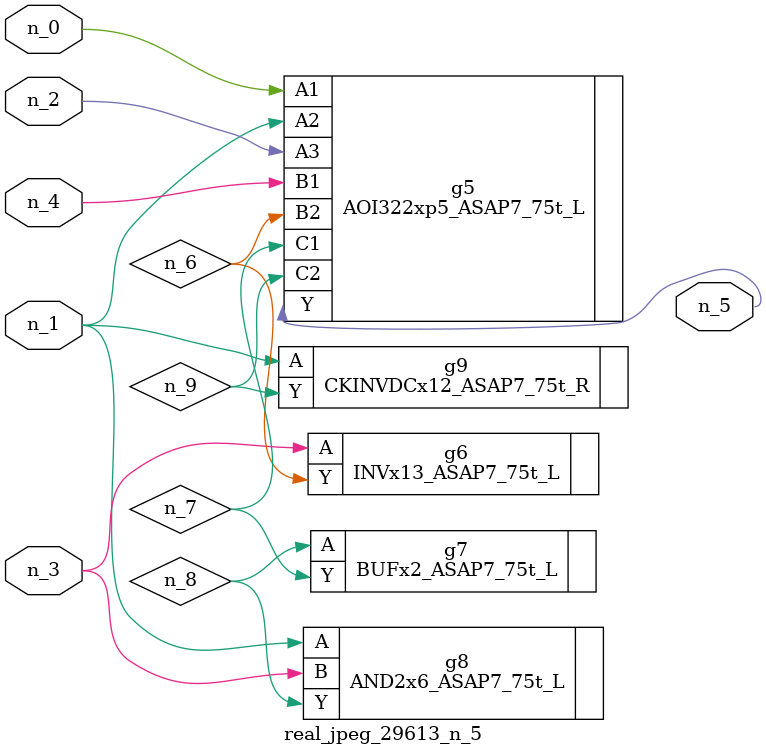
<source format=v>
module real_jpeg_29613_n_5 (n_4, n_0, n_1, n_2, n_3, n_5);

input n_4;
input n_0;
input n_1;
input n_2;
input n_3;

output n_5;

wire n_8;
wire n_6;
wire n_7;
wire n_9;

AOI322xp5_ASAP7_75t_L g5 ( 
.A1(n_0),
.A2(n_1),
.A3(n_2),
.B1(n_4),
.B2(n_6),
.C1(n_7),
.C2(n_9),
.Y(n_5)
);

AND2x6_ASAP7_75t_L g8 ( 
.A(n_1),
.B(n_3),
.Y(n_8)
);

CKINVDCx12_ASAP7_75t_R g9 ( 
.A(n_1),
.Y(n_9)
);

INVx13_ASAP7_75t_L g6 ( 
.A(n_3),
.Y(n_6)
);

BUFx2_ASAP7_75t_L g7 ( 
.A(n_8),
.Y(n_7)
);


endmodule
</source>
